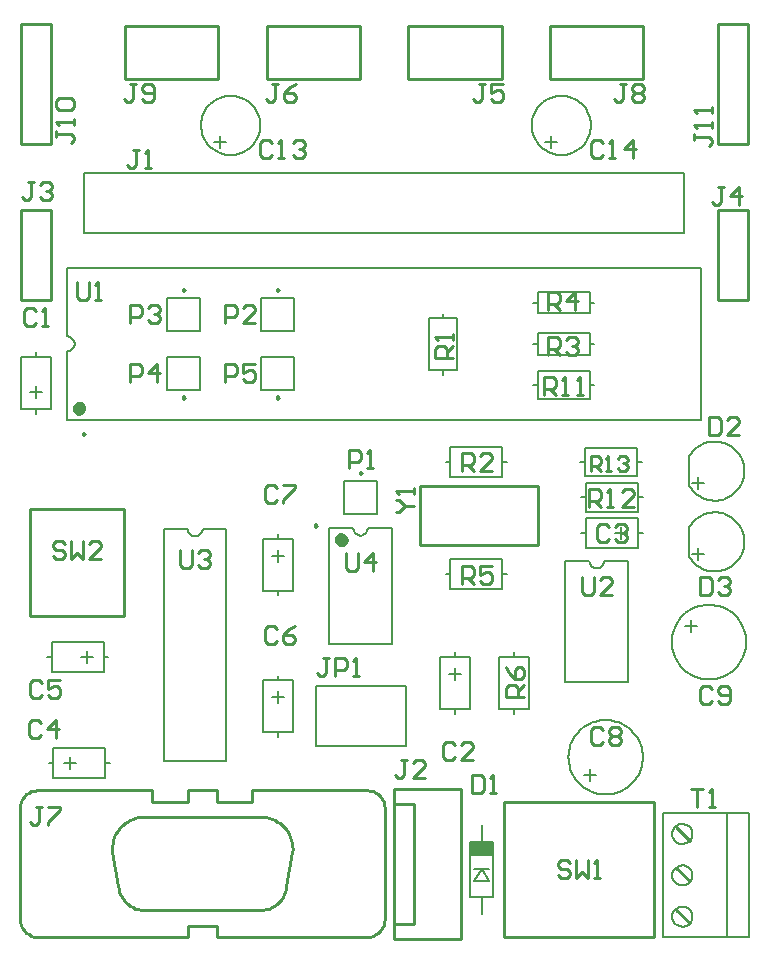
<source format=gto>
%FSLAX23Y23*%
%MOMM*%
%SFA1B1*%

%IPPOS*%
%ADD10C,0.253999*%
%ADD31C,0.250000*%
%ADD32C,0.200000*%
%ADD33C,0.599999*%
%ADD34R,1.929996X1.203998*%
G54D10*
X99500Y79835D02*
X99685Y79650D01*
X99899Y79500*
X100136Y79390*
X100389Y79322*
X100649Y79299*
X113349D01*
Y80249*
X115849*
Y79299*
X128549*
X128810Y79322D01*
X129062Y79390*
X129299Y79500*
X129514Y79650*
X129699Y79835*
X129848Y80049*
X129959Y80286*
X130027Y80539*
X130049Y80799*
Y90199D01*
X130027Y90460D01*
X129959Y90712*
X129848Y90949*
X129699Y91164*
X129514Y91349*
X129299Y91498*
X129062Y91609*
X128810Y91677*
X128549Y91699*
X118849D01*
Y90749*
X115849*
Y91699*
X113349*
Y90749*
X110349*
Y91699*
X100649*
X100389Y91677D01*
X100136Y91609*
X99899Y91498*
X99685Y91349*
X99500Y91164*
X99350Y90949*
X99240Y90712*
X99172Y90460*
X99149Y90199*
Y80799D01*
X99172Y80539D01*
X99240Y80286*
X99350Y80049*
X99500Y79835*
X108095Y82250D02*
X108281Y82075D01*
X108485Y81922*
X108705Y81793*
X108937Y81689*
X109180Y81612*
X109431Y81563*
X109685Y81542*
X109939Y81549*
X119259D01*
X119514Y81542D01*
X119768Y81563*
X120018Y81612*
X120262Y81689*
X120494Y81793*
X120714Y81922*
X120918Y82075*
X121104Y82250*
X121269Y82444*
X121411Y82656*
X121528Y82882*
X121619Y83120*
X121683Y83367*
X121719Y83619*
X122229Y86509*
X122240Y86760D01*
X122228Y87010*
X122192Y87257*
X122134Y87501*
X122053Y87738*
X121951Y87967*
X121829Y88185*
X121686Y88391*
X121526Y88583*
X121348Y88759*
X121155Y88919*
X120948Y89059*
X120729Y89180*
X120499Y89281*
X120261Y89359*
X120018Y89416*
X119769Y89449*
X109429D01*
X109181Y89416D01*
X108937Y89359*
X108700Y89281*
X108470Y89180*
X108251Y89059*
X108044Y88919*
X107851Y88759*
X107673Y88583*
X107512Y88391*
X107370Y88185*
X107248Y87967*
X107146Y87738*
X107065Y87501*
X107007Y87257*
X106971Y87010*
X106959Y86760*
X106969Y86509*
X107479Y83619D01*
X107516Y83367*
X107580Y83120*
X107671Y82882*
X107788Y82656*
X107930Y82444*
X108095Y82250*
X101523Y88749D02*
Y89003D01*
X102539Y90019*
Y90273*
X101523*
X101015D02*
X100507D01*
X100761*
Y89003*
X100507Y88749*
X100253*
X99999Y89003*
X100208Y96122D02*
X100716D01*
X100970Y96376*
X99954D02*
X100208Y96122D01*
X99954Y96376D02*
Y97392D01*
X100208Y97646*
X100716*
X100970Y97392*
X101478Y96884D02*
X102493D01*
X102239Y97646D02*
X101478Y96884D01*
X102239Y97646D02*
Y96122D01*
X102285Y99499D02*
X101777D01*
X101523Y99753*
X101015D02*
X100761Y99499D01*
X100253*
X99999Y99753*
Y100769*
X100253Y101023*
X100761*
X101015Y100769*
X101523Y101023D02*
Y100261D01*
X102031Y100515*
X102285*
X102539Y100261*
Y99753*
X102285Y99499*
X102539Y101023D02*
X101523D01*
X107999Y106499D02*
Y115499D01*
X99999*
Y106499*
X107999*
X106062Y111249D02*
X105046D01*
X106062Y112265*
Y112519*
X105808Y112773*
X105300*
X105046Y112519*
X104539Y111249D02*
Y112773D01*
X103523D02*
Y111249D01*
X104031Y111757*
X104539Y111249*
X102761Y112773D02*
X102253D01*
X101999Y112519*
Y112265*
X102253Y112011*
X102761*
X103015Y111757*
Y111503*
X102761Y111249*
X102253*
X101999Y111503*
X103015Y112519D02*
X102761Y112773D01*
X112749Y112023D02*
Y110753D01*
X113003Y110499*
X113511*
X113765Y110753*
Y112023*
X114273Y111769D02*
X114527Y112023D01*
X115035*
X115289Y111769*
Y111515*
X115035Y111261*
X114781*
X115035*
X115289Y111007*
Y110753*
X115035Y110499*
X114527*
X114273Y110753*
X120148Y105578D02*
X119895Y105324D01*
Y104308*
X120148Y104055*
X120656*
X120910Y104308*
X121418D02*
X121672Y104055D01*
X122180*
X122434Y104308*
Y104562*
X122180Y104816*
X121418*
Y104308*
Y104816D02*
X121926Y105324D01*
X122434Y105578*
X124841Y102917D02*
X125095D01*
Y101647*
X124841Y101393*
X124587*
X124333Y101647*
X124841Y102917D02*
X125349D01*
X125857D02*
X126619D01*
X126873Y102663*
Y102155*
X126619Y101901*
X125857*
Y101393D02*
Y102917D01*
X127634D02*
X127380Y102663D01*
X127634Y102917D02*
Y101393D01*
X127888*
X127380*
X131444Y94258D02*
X131698D01*
Y92989*
X131444Y92735*
X131190*
X130936Y92989*
X130819Y91849D02*
X136539D01*
Y79149*
X130819*
Y91849*
Y90579D02*
X132499D01*
Y80419*
X130819*
X140149Y79284D02*
X152849D01*
Y90714*
X140149*
Y79284*
X145003Y84249D02*
X144749Y84503D01*
Y85265D02*
X145003Y85011D01*
X145511*
X145765Y84757*
Y84503*
X145511Y84249*
X145003*
X146273D02*
X146781Y84757D01*
X147289Y84249*
Y85773*
X148050D02*
X147796Y85519D01*
X148050Y85773D02*
Y84249D01*
X148304*
X147796*
X146273D02*
Y85773D01*
X145765Y85519D02*
X145511Y85773D01*
X145003*
X144749Y85519*
Y85265*
X139470Y91465D02*
X139216D01*
Y92988*
X138962Y92734*
Y91465D02*
X139470D01*
X137539Y94249D02*
X136523D01*
X137539Y95265*
Y95519*
X137285Y95773*
X136777*
X136523Y95519*
X136015D02*
X135761Y95773D01*
X135253*
X134999Y95519*
Y94503*
X135253Y94249*
X135761*
X136015Y94503*
X137439Y92988D02*
Y91465D01*
X138201*
X138455Y91719*
Y92734*
X138201Y92988*
X137439*
X133476Y93751D02*
Y94004D01*
X133222Y94258*
X132714*
X132460Y94004*
X133476Y93751D02*
X132460Y92735D01*
X133476*
X131952Y94258D02*
X131444D01*
X140322Y99577D02*
Y100339D01*
X140576Y100593*
X141084*
X141338Y100339*
Y99577*
X140322D02*
X141845D01*
X147499Y95753D02*
X147753Y95499D01*
X148261*
X148515Y95753*
X149023D02*
Y96007D01*
X149277Y96261*
X149023Y96515*
Y96769*
X149277Y97023*
X149785*
X150039Y96769*
Y96515*
X149785Y96261*
X150039Y96007*
Y95753*
X149785Y95499*
X149277*
X149023Y95753*
X149277Y96261D02*
X149785D01*
X148515Y96769D02*
X148261Y97023D01*
X147753*
X147499Y96769*
Y95753*
X141845Y100593D02*
X141338Y100085D01*
X141592Y101101D02*
X141845Y101355D01*
Y101863*
X141592Y102117*
X141338*
X141084Y101863*
Y101101*
X141592*
X141084D02*
X140576Y101609D01*
X140322Y102117*
X146749Y108503D02*
X147003Y108249D01*
X147511*
X147765Y108503*
Y109773*
X146749D02*
Y108503D01*
X148273Y108249D02*
X149289Y109265D01*
Y109519*
X149035Y109773*
X148527*
X148273Y109519*
Y108249D02*
X149289D01*
X157003Y100523D02*
X156749Y100269D01*
Y99253*
X157003Y98999*
X157511*
X157765Y99253*
X158273D02*
X158527Y98999D01*
X159035*
X159289Y99253*
Y100269*
X159035Y100523*
X158527*
X158273Y100269*
Y100015*
X158527Y99761*
X159289*
X157765Y100269D02*
X157511Y100523D01*
X157003*
X158527Y108249D02*
X158273Y108503D01*
X158527Y108249D02*
X159035D01*
X159289Y108503*
Y108757*
X159035Y109011*
X158781*
X159035*
X159289Y109265*
Y109519*
X159035Y109773*
X158527*
X158273Y109519*
X157765D02*
X157511Y109773D01*
X156749*
Y108249*
X157511*
X157765Y108503*
Y109519*
X151136Y116669D02*
Y116923D01*
X150882Y117177*
X150374*
X150121Y116923*
X149105Y117177D02*
X148851Y116923D01*
X148343D02*
Y116415D01*
X148089Y116161*
X147327*
X147835D02*
X148343Y115653D01*
X148851D02*
X149359D01*
X149105*
Y117177*
X148343Y116923D02*
X148089Y117177D01*
X147327*
Y115653*
X147999Y114019D02*
Y113003D01*
X148253Y112749*
X148761*
X149015Y113003*
X149523D02*
X149777Y112749D01*
X150285*
X150539Y113003*
Y113257*
X150285Y113511*
X150031*
X150285*
X150539Y113765*
Y114019*
X150285Y114273*
X149777*
X149523Y114019*
X149015D02*
X148761Y114273D01*
X148253*
X147999Y114019*
X150121Y115653D02*
X151136Y116669D01*
X150623Y118958D02*
X150415Y118749D01*
X149999*
X149790Y118958*
X149166Y118749D02*
X148957D01*
Y119999*
X148749Y119791*
X148333D02*
Y119374D01*
X148124Y119166*
X147499*
X147916D02*
X148333Y118749D01*
X148749D02*
X149166D01*
X150623Y118958D02*
Y119166D01*
X150415Y119374*
X150207*
X150415*
X150623Y119583*
Y119791*
X150415Y119999*
X149999*
X149790Y119791*
X148333D02*
X148124Y119999D01*
X147499*
Y118749*
X150121Y115653D02*
X151136D01*
X157499Y121749D02*
X158261D01*
X158515Y122003*
Y123019*
X158261Y123273*
X157499*
Y121749*
X159023D02*
X160039Y122765D01*
Y123019*
X159785Y123273*
X159277*
X159023Y123019*
Y121749D02*
X160039D01*
X160769Y133189D02*
Y140809D01*
X158229*
Y133189*
X160769*
X160035Y141249D02*
Y142773D01*
X159273Y142011*
X160289*
X158765Y142773D02*
X158257D01*
X158511*
Y141503*
X158257Y141249*
X158003*
X157749Y141503*
X158229Y146419D02*
X160769D01*
Y156579*
X158229*
Y146419*
X157749Y148281D02*
Y148027D01*
X156226*
X156480Y147773*
X156226Y147265D02*
Y146757D01*
Y147011*
X157496*
X157749Y146757*
Y146503*
X157496Y146249*
X157749Y147773D02*
Y148281D01*
Y149043D02*
Y149550D01*
Y149296*
X156226*
X156480Y149043*
X151785Y151523D02*
X152039Y151269D01*
Y151015*
X151785Y150761*
X152039Y150507*
Y150253*
X151785Y149999*
X151277*
X151023Y150253*
Y150507*
X151277Y150761*
X151023Y151015*
Y151269*
X151277Y151523*
X151785*
X151949Y151899D02*
Y156399D01*
X144049*
Y151899*
X151949*
X151785Y150761D02*
X151277D01*
X150261Y150253D02*
X150007Y149999D01*
X149753*
X149499Y150253*
X150261D02*
Y151523D01*
X150007*
X150515*
X147753Y146773D02*
X147499Y146519D01*
Y145503*
X147753Y145249*
X148261*
X148515Y145503*
X149023Y145249D02*
X149531D01*
X149277*
Y146773*
X149023Y146519*
X148515D02*
X148261Y146773D01*
X147753*
X151054D02*
X150293Y146011D01*
X151308*
X151054Y145249D02*
Y146773D01*
X139949Y156399D02*
X132049D01*
Y151899*
X139949*
Y156399*
X140039Y151523D02*
X139023D01*
Y150761*
X139531Y151015*
X139785*
X140039Y150761*
Y150253*
X139785Y149999*
X139277*
X139023Y150253*
X138515Y151523D02*
X138007D01*
X138261*
Y150253*
X138007Y149999*
X137753*
X137499Y150253*
X127949Y156399D02*
X120049D01*
Y151899*
X127949*
Y156399*
X122539Y151523D02*
X122031Y151269D01*
X121523Y150761*
Y150253*
X121777Y149999*
X122285*
X122539Y150253*
Y150507*
X122285Y150761*
X121523*
X120761Y150253D02*
X120507Y149999D01*
X120253*
X119999Y150253*
X120761D02*
Y151523D01*
X120507*
X121015*
X115949Y156399D02*
X108049D01*
Y151899*
X115949*
Y156399*
X110285Y151523D02*
X109777D01*
X109523Y151269*
Y151015*
X109777Y150761*
X110539*
Y150253D02*
Y151269D01*
X110285Y151523*
Y149999D02*
X110539Y150253D01*
X110285Y149999D02*
X109777D01*
X109523Y150253*
X110027Y145923D02*
X109773Y145669D01*
X110027Y145923D02*
Y144399D01*
X110281*
X109773*
X109265Y145923D02*
X108757D01*
X109011*
Y144653*
X108757Y144399*
X108503*
X108249Y144653*
X103749Y146753D02*
X103496Y146499D01*
X103749Y146753D02*
Y147007D01*
X103496Y147261*
X102226*
Y147007*
Y147515*
X102480Y148023D02*
X102226Y148277D01*
X103749*
Y148531*
Y148023*
X108253Y149999D02*
X107999Y150253D01*
X108253Y149999D02*
X108507D01*
X108761Y150253*
Y151523*
X108507*
X109015*
X103496Y150308D02*
X103749Y150054D01*
Y149546*
X103496Y149293*
X102480*
X102226Y149546*
Y150054*
X102480Y150308*
X103496*
X101769Y146419D02*
Y156579D01*
X99229*
Y146419*
X101769*
X101650Y143230D02*
X101903Y142976D01*
Y142722*
X101650Y142468*
X101396*
X101650*
X101903Y142214*
Y141960*
X101650Y141706*
X101142*
X100888Y141960*
X100126D02*
X99872Y141706D01*
X99618*
X99364Y141960*
X99229Y140809D02*
X101769D01*
Y133189*
X99229*
Y140809*
X100126Y141960D02*
Y143230D01*
X99872*
X100380*
X100888Y142976D02*
X101142Y143230D01*
X101650*
X99753Y132523D02*
X99499Y132269D01*
Y131253*
X99753Y130999*
X100261*
X100515Y131253*
X101023Y130999D02*
X101531D01*
X101277*
Y132523*
X101023Y132269*
X100515D02*
X100261Y132523D01*
X99753*
X103999Y133503D02*
X104253Y133249D01*
X104761*
X105015Y133503*
Y134773*
X105777D02*
X105523Y134519D01*
X105777Y134773D02*
Y133249D01*
X106031*
X105523*
X103999Y133503D02*
Y134773D01*
X108499Y131757D02*
X109261D01*
X109515Y132011*
Y132519*
X109261Y132773*
X108499*
Y131249*
Y127773D02*
X109261D01*
X109515Y127519*
Y127011*
X109261Y126757*
X108499*
Y126249D02*
Y127773D01*
X110785D02*
X110023Y127011D01*
X111039*
X110785Y126249D02*
Y127773D01*
Y131249D02*
X110277D01*
X110023Y131503*
X110531Y132011D02*
X110785D01*
X110531*
X110785D02*
X111039Y131757D01*
Y131503*
X110785Y131249*
Y132011D02*
X111039Y132265D01*
Y132519*
X110785Y132773*
X110277*
X110023Y132519*
X116499Y127773D02*
X117261D01*
X117515Y127519*
Y127011*
X117261Y126757*
X116499*
Y126249D02*
Y127773D01*
X118023D02*
Y127011D01*
X118531Y127265*
X118785*
X119039Y127011*
Y126503*
X118785Y126249*
X118277*
X118023Y126503*
Y127773D02*
X119039D01*
Y131249D02*
X118023D01*
X119039Y132265*
Y132519*
X118785Y132773*
X118277*
X118023Y132519*
X117515D02*
Y132011D01*
X117261Y131757*
X116499*
Y131249D02*
Y132773D01*
X117261*
X117515Y132519*
X126999Y120523D02*
X127761D01*
X128015Y120269*
Y119761*
X127761Y119507*
X126999*
Y120523D02*
Y118999D01*
X128523D02*
X129031D01*
X128777*
Y120523*
X128523Y120269*
X130976Y117027D02*
X131230Y116773D01*
Y116265D02*
X130976D01*
X131230D02*
X131738Y115757D01*
X132499*
X132999Y112499D02*
X142999D01*
Y117499*
X132999*
Y112499*
X136577Y109153D02*
Y110677D01*
X137339*
X137593Y110423*
Y109915*
X137339Y109661*
X136577*
X137085D02*
X137593Y109153D01*
X138355D02*
X138101Y109407D01*
X138355Y109153D02*
X138863D01*
X139117Y109407*
Y109915*
X138863Y110169*
X138609*
X138101Y109915*
Y110677*
X139117*
X139147Y118764D02*
X138131D01*
X139147Y119779*
Y120033*
X138893Y120287*
X138385*
X138131Y120033*
X137623D02*
Y119525D01*
X137369Y119271*
X136607*
X137115D02*
X137623Y118764D01*
X136607D02*
Y120287D01*
X137369*
X137623Y120033*
X132499Y117281D02*
Y117027D01*
X130976*
Y115249D02*
X131230D01*
X131738Y115757*
X129035Y111773D02*
X128273Y111011D01*
X129289*
X129035Y110249D02*
Y111773D01*
X127765D02*
Y110503D01*
X127511Y110249*
X127003*
X126749Y110503*
Y111773*
X132499Y116773D02*
Y117281D01*
X143525Y125152D02*
Y126675D01*
X144287*
X144541Y126421*
Y125913*
X144287Y125659*
X143525*
X144033D02*
X144541Y125152D01*
X145049D02*
X145557D01*
X145303*
Y126675*
X145049Y126421*
X146319D02*
X146572Y126675D01*
Y125152*
X146826*
X146319*
X146151Y128574D02*
X145643D01*
X145389Y128828*
Y129844D02*
X145643Y130098D01*
X146151*
X146405Y129844*
Y129590*
X146151Y129336*
X145897*
X146151*
X146405Y129082*
Y128828*
X146151Y128574*
X144881Y129336D02*
X144627Y129082D01*
X143865*
X144373D02*
X144881Y128574D01*
X143865D02*
Y130098D01*
X144627*
X144881Y129844*
Y129336*
X146151Y132398D02*
Y133921D01*
X145389Y133159*
X146405*
X144881D02*
X144627Y132905D01*
X143865*
Y132398D02*
Y133921D01*
X144627*
X144881Y133667*
Y133159*
Y132398D02*
X144373Y132905D01*
X135847Y130307D02*
Y130053D01*
X134324*
X134578Y129799*
Y129291D02*
X135086D01*
X135340Y129037*
Y128275*
X135847D02*
X134324D01*
Y129037*
X134578Y129291*
X135340Y128783D02*
X135847Y129291D01*
Y129799D02*
Y130307D01*
X122434Y117578D02*
Y117324D01*
X121418Y116308*
Y116055*
X120656D02*
X120910Y116308D01*
X120656Y116055D02*
X120148D01*
X119895Y116308*
Y117324*
X120148Y117578*
X120656*
X120910Y117324*
X121418Y117578D02*
X122434D01*
X120910Y105324D02*
X120656Y105578D01*
X120148*
X155852Y80435D02*
X154709Y81578D01*
Y85134D02*
X155852Y83991D01*
Y87420D02*
X154709Y88563D01*
X158031Y90249D02*
X157777D01*
Y91773*
X157523Y91519*
X157015Y91773D02*
X156507D01*
Y90249*
X157523D02*
X158031D01*
X157015Y91773D02*
X155999D01*
X123308Y145503D02*
X123054Y145249D01*
X122546*
X122293Y145503*
Y146519D02*
X122546Y146773D01*
X123054*
X123308Y146519*
Y146265*
X123054Y146011*
X122800*
X123054*
X123308Y145757*
Y145503*
X121531Y145249D02*
X121277D01*
Y146773*
X121023Y146519*
X120515D02*
X120261Y146773D01*
X119753*
X119499Y146519*
Y145503*
X119753Y145249*
X120261*
X120515Y145503*
X121023Y145249D02*
X121531D01*
G54D31*
X104507Y121771D02*
X104694Y121879D01*
X104507Y121988*
Y121771*
X112937Y124841D02*
X113124Y124949D01*
X112937Y125058*
Y124841*
X120937D02*
X121124Y124949D01*
X120937Y125058*
Y124841*
X127937Y118658D02*
Y118441D01*
X128124Y118549*
X127937Y118658*
X124314Y114109D02*
X124127Y114218D01*
Y114001*
X124314Y114109*
X121124Y134049D02*
X120937Y134158D01*
Y133941*
X121124Y134049*
X113124D02*
X112937Y134158D01*
Y133941*
X113124Y134049*
G54D32*
X101999Y92729D02*
Y95269D01*
X106399*
Y92729*
X101999*
X103427Y93491D02*
Y94507D01*
X103935Y93999D02*
X102919D01*
X101999D02*
X101599D01*
X106399D02*
X106799D01*
X111349Y94149D02*
X116649D01*
Y113849*
X114634*
X114586Y113606D01*
X114448Y113400*
X114242Y113263*
X113999Y113214*
X113756Y113263*
X113550Y113400*
X113413Y113606*
X113364Y113849*
X111349D01*
Y94149*
X106649Y102999D02*
X106249D01*
X105329D02*
X104313D01*
X104821Y102491D02*
Y103507D01*
X106249Y104269D02*
X101849D01*
Y101729*
X106249*
Y104269*
X101849Y102999D02*
X101449D01*
X120999Y96199D02*
Y96599D01*
X119729D02*
X122269D01*
Y100999*
X119729*
Y96599*
X120491Y99571D02*
X121507D01*
X120999Y99063D02*
Y100079D01*
Y100999D02*
Y101399D01*
X124189Y100539D02*
X131809D01*
Y95459*
X124189*
Y100539*
X125349Y104099D02*
X130649D01*
Y113899*
X128634*
X128586Y113656D01*
X128448Y113450*
X128242Y113313*
X127999Y113264*
X127756Y113313*
X127550Y113450*
X127413Y113656*
X127364Y113899*
X125349D01*
Y104099*
X122269Y108599D02*
Y112999D01*
X119729*
Y108599*
X122269*
X120999D02*
Y108199D01*
Y111063D02*
Y112079D01*
X120491Y111571D02*
X121507D01*
X120999Y112999D02*
Y113399D01*
X126599Y115099D02*
Y117899D01*
X129399*
Y115099*
X126599*
X135199Y109999D02*
X135599D01*
Y111249*
X139999*
Y108749*
X135599*
Y109999*
X139999D02*
X140399D01*
X135999Y103399D02*
Y102999D01*
Y102079D02*
Y101063D01*
X135491Y101571D02*
X136507D01*
X137269Y102999D02*
X134729D01*
Y98599*
X137269*
Y102999*
X135999Y98599D02*
Y98199D01*
X139749Y98599D02*
Y102999D01*
X142249*
Y98599*
X140999*
Y98199*
Y98599D02*
X139749D01*
X140999Y102999D02*
Y103399D01*
X146567Y96771D02*
X146392Y96588D01*
X146231Y96392*
X146087Y96183*
X145960Y95963*
X145852Y95734*
X145762Y95497*
X145691Y95253*
X145640Y95005*
X145610Y94753*
X145599Y94499*
X145610Y94246*
X145640Y93994*
X145691Y93746*
X145762Y93502*
X145852Y93265*
X145960Y93036*
X146087Y92816*
X146231Y92607*
X146392Y92411*
X146567Y92228*
X146757Y92059*
X146960Y91907*
X147174Y91771*
X147399Y91654*
X147632Y91554*
X147873Y91474*
X148119Y91413*
X148370Y91372*
X148623Y91352*
X148876*
X149129Y91372*
X149380Y91413*
X149626Y91474*
X149866Y91554*
X150100Y91654*
X150324Y91771*
X150539Y91907*
X150742Y92059*
X150932Y92228*
X151107Y92411*
X151268Y92607*
X151412Y92816*
X151539Y93036*
X151647Y93265*
X151737Y93502*
X151808Y93746*
X151859Y93994*
X151889Y94246*
X151899Y94499*
X151889Y94753*
X151859Y95005*
X151808Y95253*
X151737Y95497*
X151647Y95734*
X151539Y95963*
X151412Y96183*
X151268Y96392*
X151107Y96588*
X150932Y96771*
X150742Y96939*
X150539Y97092*
X150324Y97227*
X150100Y97345*
X149866Y97445*
X149626Y97525*
X149380Y97586*
X149129Y97626*
X148876Y97647*
X148623*
X148370Y97626*
X148119Y97586*
X147873Y97525*
X147632Y97445*
X147399Y97345*
X147174Y97227*
X146960Y97092*
X146757Y96939*
X146567Y96771*
X147402Y93483D02*
Y92467D01*
X146894Y92975D02*
X147910D01*
X154484Y84868D02*
X154409Y84626D01*
Y84373*
X154484Y84131*
X154626Y83921*
X154824Y83763*
X155060Y83671*
X155313Y83652*
X155560Y83708*
X155779Y83835*
X155952Y84021*
X156062Y84249*
X156099Y84499*
X156062Y84750*
X155952Y84978*
X155779Y85164*
X155560Y85291*
X155313Y85347*
X155060Y85328*
X154824Y85236*
X154626Y85078*
X154484Y84868*
Y81368D02*
X154409Y81126D01*
Y80873*
X154484Y80631*
X154626Y80421*
X154824Y80263*
X155060Y80171*
X155313Y80152*
X155560Y80208*
X155779Y80335*
X155952Y80521*
X156062Y80749*
X156099Y80999*
X156062Y81250*
X155952Y81478*
X155779Y81664*
X155560Y81791*
X155313Y81847*
X155060Y81828*
X154824Y81736*
X154626Y81578*
X154484Y81368*
X153649Y79249D02*
Y89749D01*
X160849*
Y79249*
X153649*
X158999D02*
Y89749D01*
X155779Y88664D02*
X155560Y88791D01*
X155313Y88847*
X155060Y88828*
X154824Y88736*
X154626Y88578*
X154484Y88368*
X154409Y88126*
Y87873*
X154484Y87631*
X154626Y87421*
X154824Y87263*
X155060Y87171*
X155313Y87152*
X155560Y87208*
X155779Y87335*
X155952Y87521*
X156062Y87749*
X156099Y87999*
X156062Y88250*
X155952Y88478*
X155779Y88664*
X157879Y101122D02*
X158130Y101163D01*
X158376Y101224*
X158616Y101304*
X158850Y101404*
X159074Y101521*
X159289Y101657*
X159492Y101809*
X159682Y101978*
X159857Y102161*
X160018Y102357*
X160162Y102566*
X160289Y102786*
X160397Y103015*
X160487Y103252*
X160558Y103496*
X160609Y103744*
X160639Y103996*
X160649Y104249*
X160639Y104503*
X160609Y104755*
X160558Y105003*
X160487Y105247*
X160397Y105484*
X160289Y105713*
X160162Y105933*
X160018Y106142*
X159857Y106338*
X159682Y106521*
X159492Y106689*
X159289Y106842*
X159074Y106977*
X158850Y107095*
X158616Y107195*
X158376Y107275*
X158130Y107336*
X157879Y107376*
X157626Y107397*
X157373*
X157120Y107376*
X156869Y107336*
X156623Y107275*
X156382Y107195*
X156149Y107095*
X155924Y106977*
X155710Y106842*
X155507Y106689*
X155317Y106521*
X155142Y106338*
X154981Y106142*
X154837Y105933*
X154710Y105713*
X154602Y105484*
X154512Y105247*
X154441Y105003*
X154390Y104755*
X154360Y104503*
X154349Y104249*
X154360Y103996*
X154390Y103744*
X154441Y103496*
X154512Y103252*
X154602Y103015*
X154710Y102786*
X154837Y102566*
X154981Y102357*
X155142Y102161*
X155317Y101978*
X155507Y101809*
X155710Y101657*
X155924Y101521*
X156149Y101404*
X156382Y101304*
X156623Y101224*
X156869Y101163*
X157120Y101122*
X157373Y101102*
X157626*
X157879Y101122*
X155975Y105088D02*
Y106104D01*
X155467Y105596D02*
X156483D01*
X157899Y110231D02*
X158150Y110234D01*
X158400Y110262*
X158646Y110315*
X158886Y110392*
X159116Y110493*
X159336Y110616*
X159541Y110761*
X159731Y110926*
X159904Y111110*
X160057Y111309*
X160189Y111523*
X160299Y111750*
X160386Y111986*
X160449Y112229*
X160487Y112478*
X160499Y112729*
X160487Y112981*
X160449Y113230*
X160386Y113473*
X160299Y113709*
X160189Y113936*
X160057Y114150*
X159904Y114349*
X159731Y114532*
X159541Y114697*
X159336Y114842*
X159116Y114966*
X158886Y115067*
X158646Y115144*
X158400Y115197*
X158150Y115225*
X157899Y115227*
X157648Y115205*
X157401Y115157*
X157160Y115084*
X156928Y114988*
X156706Y114869*
X156498Y114728*
X156304Y114567*
X156128Y114387*
X155971Y114191*
X155834Y113979*
X155840Y113999D02*
Y111459D01*
X155834Y111479D02*
X155971Y111268D01*
X156128Y111072*
X156304Y110892*
X156498Y110731*
X156706Y110590*
X156928Y110471*
X157160Y110375*
X157401Y110302*
X157648Y110254*
X157899Y110231*
X156602Y111205D02*
Y112221D01*
X156094Y111713D02*
X157110D01*
X151899Y113499D02*
X151499D01*
Y114769D02*
X147099D01*
Y112229*
X151499*
Y114769*
Y115299D02*
Y117699D01*
X147099*
Y116499*
X146699*
X147099D02*
Y115299D01*
X151499*
X156304Y116892D02*
X156498Y116731D01*
X156706Y116590*
X156928Y116471*
X157160Y116375*
X157401Y116302*
X157648Y116254*
X157899Y116231*
X158150Y116234*
X158400Y116262*
X158646Y116315*
X158886Y116392*
X159116Y116493*
X159336Y116616*
X159541Y116761*
X159731Y116926*
X159904Y117110*
X160057Y117309*
X160189Y117523*
X160299Y117750*
X160386Y117986*
X160449Y118229*
X160487Y118478*
X160499Y118729*
X160487Y118981*
X160449Y119230*
X160386Y119473*
X160299Y119709*
X160189Y119936*
X160057Y120150*
X159904Y120349*
X159731Y120532*
X159541Y120697*
X159336Y120842*
X159116Y120966*
X158886Y121067*
X158646Y121144*
X158400Y121197*
X158150Y121225*
X157899Y121227*
X157648Y121205*
X157401Y121157*
X157160Y121084*
X156928Y120988*
X156706Y120869*
X156498Y120728*
X156304Y120567*
X156128Y120387*
X155971Y120191*
X155834Y119979*
X155840Y119999D02*
Y117459D01*
X155834Y117479D02*
X155971Y117268D01*
X156128Y117072*
X156304Y116892*
X156602Y117205D02*
Y118221D01*
X156094Y117713D02*
X157110D01*
X151799Y119499D02*
X151399D01*
Y120699*
X146999*
Y118299*
X151399*
Y119499*
X151499Y116499D02*
X151899D01*
X150579Y113499D02*
X149563D01*
X150071Y112991D02*
Y114007D01*
X150649Y111149D02*
Y100849D01*
X145349*
Y111149*
X147364*
X147413Y110906D01*
X147550Y110700*
X147756Y110563*
X147999Y110514*
X148242Y110563*
X148448Y110700*
X148586Y110906*
X148634Y111149*
X150649D01*
X147099Y113499D02*
X146699D01*
X146599Y119499D02*
X146999D01*
X147399Y124799D02*
Y127199D01*
X142999*
Y125999*
Y124799*
X147399*
Y125999D02*
X147799D01*
X147399Y128574D02*
Y130424D01*
X142999*
Y129499*
X142599*
X142999D02*
Y128574D01*
X147399*
Y129499D02*
X147799D01*
X147399Y132074D02*
Y133924D01*
X142999*
Y132999*
X142599*
X142999D02*
Y132074D01*
X147399*
Y132999D02*
X147799D01*
X142999Y125999D02*
X142599D01*
X139999Y120749D02*
X135599D01*
Y119499*
Y118249*
X139999*
Y120749*
Y119499D02*
X140399D01*
X135599D02*
X135199D01*
X136199Y127249D02*
Y131649D01*
X133799*
Y127249*
X134999*
X136199*
X134999Y131649D02*
Y132049D01*
Y127249D02*
Y126849D01*
X122399Y133399D02*
X119599D01*
Y130599*
X122399*
Y133399*
X119599Y128399D02*
X122399D01*
Y125599*
X119599*
Y128399*
X114399Y133399D02*
X111599D01*
Y130599*
X114399D01*
Y133399*
X111599Y128399D02*
X114399D01*
Y125599*
X111599*
Y128399D01*
X103598Y129050D02*
X103736Y129256D01*
X103784Y129499*
X103736Y129742*
X103598Y129948*
X103392Y130086*
X103149Y130134*
Y135949D01*
X156849*
Y123049*
X103149*
Y128864*
X103392Y128913D01*
X103598Y129050*
X100499Y128799D02*
Y128399D01*
X101769D02*
Y123999D01*
X99229*
Y128399*
X101769*
X100499Y125935D02*
Y124919D01*
Y123999D02*
Y123599D01*
X99991Y125427D02*
X101007D01*
X104599Y138859D02*
X155399D01*
Y143939*
X104599*
Y138859*
X115277Y146187D02*
X115469Y146023D01*
X115677Y145878*
X115898Y145755*
X116131Y145655*
X116373Y145579*
X116621Y145528*
X116873Y145503*
X117126*
X117378Y145528*
X117626Y145579*
X117868Y145655*
X118100Y145755*
X118322Y145878*
X118530Y146023*
X118722Y146187*
X118896Y146371*
X119051Y146571*
X119185Y146786*
X119297Y147014*
X119385Y147251*
X119448Y147496*
X119487Y147747*
X119499Y147999*
X119487Y148252*
X119448Y148503*
X119385Y148748*
X119297Y148985*
X119185Y149213*
X119051Y149428*
X118896Y149628*
X118722Y149811*
X118530Y149976*
X118322Y150121*
X118100Y150244*
X117868Y150344*
X117626Y150420*
X117378Y150471*
X117126Y150496*
X116873*
X116621Y150471*
X116373Y150420*
X116131Y150344*
X115898Y150244*
X115677Y150121*
X115469Y149976*
X115277Y149811*
X115103Y149628*
X114948Y149428*
X114814Y149213*
X114702Y148985*
X114614Y148748*
X114551Y148503*
X114512Y148252*
X114499Y147999*
X114512Y147747*
X114551Y147496*
X114614Y147251*
X114702Y147014*
X114814Y146786*
X114948Y146571*
X115103Y146371*
X115277Y146187*
X115610Y146602D02*
X116626D01*
X116118Y146094D02*
Y147110D01*
X142614Y147251D02*
X142702Y147014D01*
X142814Y146786*
X142948Y146571*
X143103Y146371*
X143277Y146187*
X143469Y146023*
X143677Y145878*
X143898Y145755*
X144131Y145655*
X144373Y145579*
X144621Y145528*
X144873Y145503*
X145126*
X145378Y145528*
X145626Y145579*
X145868Y145655*
X146100Y145755*
X146322Y145878*
X146530Y146023*
X146722Y146187*
X146896Y146371*
X147051Y146571*
X147185Y146786*
X147297Y147014*
X147385Y147251*
X147448Y147496*
X147487Y147747*
X147499Y147999*
X147487Y148252*
X147448Y148503*
X147385Y148748*
X147297Y148985*
X147185Y149213*
X147051Y149428*
X146896Y149628*
X146722Y149811*
X146530Y149976*
X146322Y150121*
X146100Y150244*
X145868Y150344*
X145626Y150420*
X145378Y150471*
X145126Y150496*
X144873*
X144621Y150471*
X144373Y150420*
X144131Y150344*
X143898Y150244*
X143677Y150121*
X143469Y149976*
X143277Y149811*
X143103Y149628*
X142948Y149428*
X142814Y149213*
X142702Y148985*
X142614Y148748*
X142551Y148503*
X142512Y148252*
X142499Y147999*
X142512Y147747*
X142551Y147496*
X142614Y147251*
X143610Y146602D02*
X144626D01*
X144118Y146094D02*
Y147110D01*
X138249Y88799D02*
Y87299D01*
X137284D02*
X139214D01*
Y82699*
X137284*
Y87299*
X137614Y85079D02*
X138884D01*
Y84063D02*
X138249Y85079D01*
X137614Y84063*
X138884*
X138249Y82699D02*
Y81199D01*
G54D33*
X103879Y123919D02*
X104083Y123757D01*
X104337Y123815*
X104449Y124049*
X104337Y124284*
X104083Y124342*
X103879Y124180*
Y123919*
X126283Y112607D02*
X126536Y112665D01*
X126649Y112899*
X126536Y113134*
X126283Y113192*
X126079Y113030*
Y112769*
X126283Y112607*
G54D34*
X138250Y86703D03*
M02*
</source>
